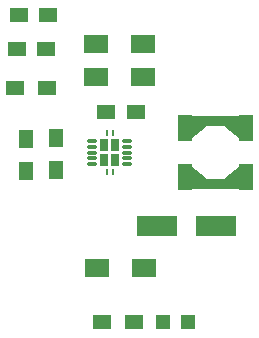
<source format=gtp>
G04 #@! TF.FileFunction,Paste,Top*
%FSLAX46Y46*%
G04 Gerber Fmt 4.6, Leading zero omitted, Abs format (unit mm)*
G04 Created by KiCad (PCBNEW 4.0.5) date Sunday, February 19, 2017 'PMt' 07:14:27 PM*
%MOMM*%
%LPD*%
G01*
G04 APERTURE LIST*
%ADD10C,0.100000*%
%ADD11R,1.500000X1.250000*%
%ADD12R,6.300000X0.950000*%
%ADD13R,1.166000X2.200000*%
%ADD14R,1.500000X1.300000*%
%ADD15R,1.300000X1.500000*%
%ADD16O,0.850000X0.280000*%
%ADD17R,0.260000X0.500000*%
%ADD18R,0.680000X1.050000*%
%ADD19R,2.000000X1.600000*%
%ADD20R,3.500120X1.800860*%
%ADD21R,1.198880X1.198880*%
G04 APERTURE END LIST*
D10*
D11*
X164597400Y-115697000D03*
X162097400Y-115697000D03*
X154706000Y-107543600D03*
X157206000Y-107543600D03*
X154502800Y-110388400D03*
X157002800Y-110388400D03*
D10*
G36*
X172694772Y-116114973D02*
X174171349Y-117310681D01*
X173542028Y-118087827D01*
X172065451Y-116892119D01*
X172694772Y-116114973D01*
X172694772Y-116114973D01*
G37*
G36*
X170651349Y-116882119D02*
X169174772Y-118077827D01*
X168545451Y-117300681D01*
X170022028Y-116104973D01*
X170651349Y-116882119D01*
X170651349Y-116882119D01*
G37*
G36*
X174171349Y-120992119D02*
X172694772Y-122187827D01*
X172065451Y-121410681D01*
X173542028Y-120214973D01*
X174171349Y-120992119D01*
X174171349Y-120992119D01*
G37*
D12*
X171348400Y-116476400D03*
X171348400Y-121826400D03*
D13*
X168781400Y-121201400D03*
X168781400Y-117101400D03*
X173915400Y-121201400D03*
X173915400Y-117101400D03*
D10*
G36*
X169164772Y-120214973D02*
X170641349Y-121410681D01*
X170012028Y-122187827D01*
X168535451Y-120992119D01*
X169164772Y-120214973D01*
X169164772Y-120214973D01*
G37*
D14*
X157077400Y-113690400D03*
X154377400Y-113690400D03*
D15*
X155295600Y-120679200D03*
X155295600Y-117979200D03*
X157835600Y-117953800D03*
X157835600Y-120653800D03*
D16*
X163860695Y-118157000D03*
X163860695Y-118657000D03*
X163860695Y-120157000D03*
X163860695Y-119657000D03*
X160910695Y-118157000D03*
X160910695Y-118657000D03*
X160910695Y-120157000D03*
X160910695Y-119657000D03*
X160910695Y-119157000D03*
X163860695Y-119157000D03*
D17*
X162635695Y-120787000D03*
X162135695Y-120787000D03*
X162635695Y-117527000D03*
X162135695Y-117527000D03*
D18*
X162835695Y-119792000D03*
X162835695Y-118522000D03*
X161935695Y-118522000D03*
X161935695Y-119792000D03*
D19*
X165220400Y-109982000D03*
X161220400Y-109982000D03*
X165245800Y-112801400D03*
X161245800Y-112801400D03*
X165296600Y-128955800D03*
X161296600Y-128955800D03*
D20*
X166359840Y-125349000D03*
X171358560Y-125349000D03*
D21*
X169044620Y-133502400D03*
X166946580Y-133502400D03*
D14*
X164468800Y-133527800D03*
X161768800Y-133527800D03*
M02*

</source>
